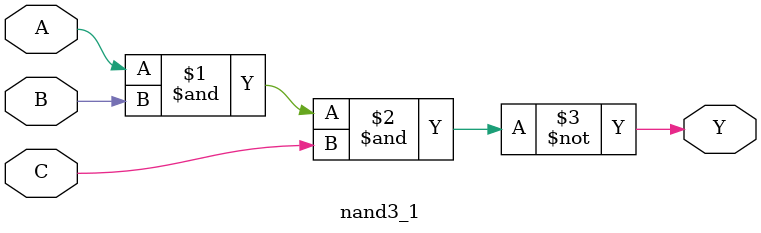
<source format=sv>
module nand3_1 (input wire A, input wire B, input wire C, output wire Y);
    assign Y = ~(A & B & C);  // NAND of three inputs
endmodule
</source>
